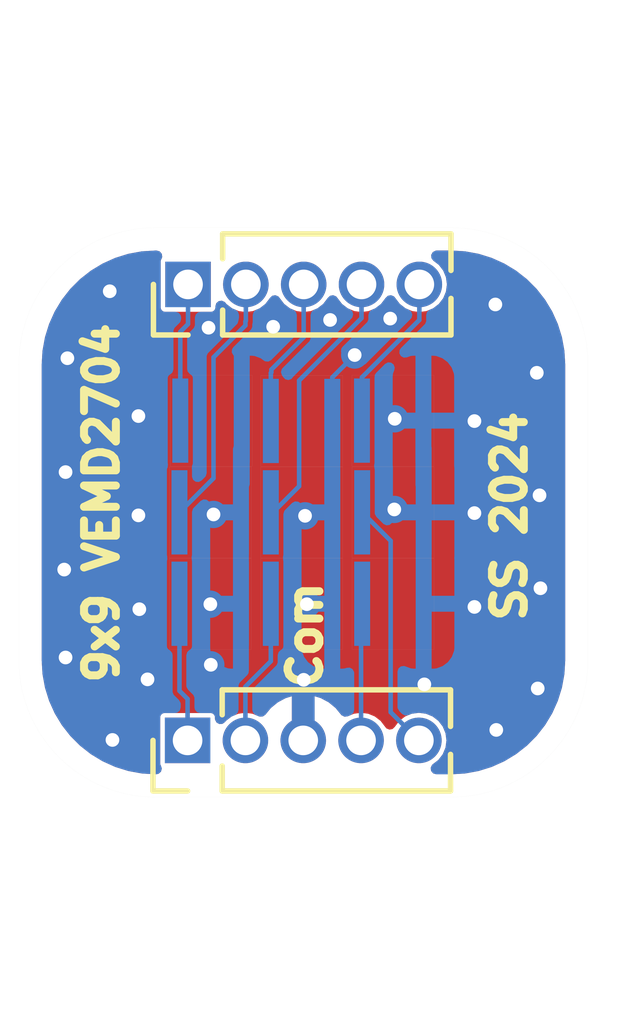
<source format=kicad_pcb>
(kicad_pcb (version 20240108) (generator "pcbnew") (generator_version "8.0")
  (layers (0 "F.Cu" signal) (31 "B.Cu" signal) (34 "B.Paste" user) (35 "F.Paste" user) (36 "B.SilkS" user "B.Silkscreen") (37 "F.SilkS" user "F.Silkscreen") (38 "B.Mask" user) (39 "F.Mask" user) (44 "Edge.Cuts" user))
  (net 0 "")
  (net 1 "CommonAnode")
  (net 2 "D1")
  (net 3 "D2")
  (net 4 "D3")
  (net 5 "D4")
  (net 6 "D5")
  (net 7 "D6")
  (net 8 "D7")
  (net 9 "D8")
  (net 10 "D9")
  (footprint "Connector_PinHeader_1.27mm:PinHeader_1x05_P1.27mm_Vertical" (layer "F.Cu") (at 195.19 82.22 90)
    (property "Reference" "J2" (hide yes))
    (property "Value" "Conn_01x05_Pin")
    (fp_line (start -1.11 -0.76) (end 0 -0.76) (stroke (width 0.12)) (layer "F.SilkS"))
    (fp_line (start -1.11 0) (end -1.11 -0.76) (stroke (width 0.12)) (layer "F.SilkS"))
    (fp_line (start 1.11 0.76) (end 1.11 5.775) (stroke (width 0.12)) (layer "F.SilkS"))
    (fp_line (start 0.563471 0.76) (end 1.11 0.76) (stroke (width 0.12)) (layer "F.SilkS"))
    (fp_line (start -1.11 0.76) (end -0.563471 0.76) (stroke (width 0.12)) (layer "F.SilkS"))
    (fp_line (start -1.11 0.76) (end -1.11 5.775) (stroke (width 0.12)) (layer "F.SilkS"))
    (fp_line (start 0.30753 5.775) (end 1.11 5.775) (stroke (width 0.12)) (layer "F.SilkS"))
    (fp_line (start -1.11 5.775) (end -0.30753 5.775) (stroke (width 0.12)) (layer "F.SilkS"))
    (pad "1" thru_hole rect (at 0 0 90) (size 1 1) (drill 0.65) (layers "*.Cu" "*.Mask") (net 8 "D7"))
    (pad "2" thru_hole oval (at 0 1.27 90) (size 1 1) (drill 0.65) (layers "*.Cu" "*.Mask") (net 9 "D8"))
    (pad "3" thru_hole oval (at 0 2.54 90) (size 1 1) (drill 0.65) (layers "*.Cu" "*.Mask") (net 5 "D4"))
    (pad "4" thru_hole oval (at 0 3.81 90) (size 1 1) (drill 0.65) (layers "*.Cu" "*.Mask") (net 6 "D5"))
    (pad "5" thru_hole oval (at 0 5.08 90) (size 1 1) (drill 0.65) (layers "*.Cu" "*.Mask") (net 2 "D1"))
  )
  (footprint "Connector_PinHeader_1.27mm:PinHeader_1x05_P1.27mm_Vertical" (layer "F.Cu") (at 195.18 92.23 90)
    (property "Reference" "J1" (hide yes))
    (property "Value" "Conn_01x05_Pin")
    (fp_line (start -1.11 -0.76) (end 0 -0.76) (stroke (width 0.12)) (layer "F.SilkS"))
    (fp_line (start -1.11 0) (end -1.11 -0.76) (stroke (width 0.12)) (layer "F.SilkS"))
    (fp_line (start 1.11 0.76) (end 1.11 5.775) (stroke (width 0.12)) (layer "F.SilkS"))
    (fp_line (start 0.563471 0.76) (end 1.11 0.76) (stroke (width 0.12)) (layer "F.SilkS"))
    (fp_line (start -1.11 0.76) (end -0.563471 0.76) (stroke (width 0.12)) (layer "F.SilkS"))
    (fp_line (start -1.11 0.76) (end -1.11 5.775) (stroke (width 0.12)) (layer "F.SilkS"))
    (fp_line (start 0.30753 5.775) (end 1.11 5.775) (stroke (width 0.12)) (layer "F.SilkS"))
    (fp_line (start -1.11 5.775) (end -0.30753 5.775) (stroke (width 0.12)) (layer "F.SilkS"))
    (pad "1" thru_hole rect (at 0 0 90) (size 1 1) (drill 0.65) (layers "*.Cu" "*.Mask") (net 10 "D9"))
    (pad "2" thru_hole oval (at 0 1.27 90) (size 1 1) (drill 0.65) (layers "*.Cu" "*.Mask") (net 7 "D6"))
    (pad "3" thru_hole oval (at 0 2.54 90) (size 1 1) (drill 0.65) (layers "*.Cu" "*.Mask") (net 1 "CommonAnode"))
    (pad "4" thru_hole oval (at 0 3.81 90) (size 1 1) (drill 0.65) (layers "*.Cu" "*.Mask") (net 4 "D3"))
    (pad "5" thru_hole oval (at 0 5.08 90) (size 1 1) (drill 0.65) (layers "*.Cu" "*.Mask") (net 3 "D2"))
  )
  (footprint "lib_fp:VEMD2704" (layer "B.Cu") (at 199.69 85.21 -90)
    (property "Reference" "D1" (hide yes))
    (property "Value" "D_Photo" (hide yes))
    (fp_rect (start 1 -0.9) (end -1 0.9) (stroke (width 0.001)) (fill none) (layer "B.SilkS"))
    (pad "1" smd rect (at 0 0.68 180) (size 0.35 1.85) (layers "B.Cu" "B.Paste" "B.Mask") (net 2 "D1"))
    (pad "2" smd rect (at 0 -0.67 180) (size 0.35 1.85) (layers "B.Cu" "B.Paste" "B.Mask") (net 1 "CommonAnode"))
  )
  (footprint "lib_fp:VEMD2704" (layer "B.Cu") (at 195.6816 87.2236 -90)
    (property "Reference" "D8" (hide yes))
    (property "Value" "D_Photo" (hide yes))
    (fp_rect (start 1 -0.9) (end -1 0.9) (stroke (width 0.001)) (fill none) (layer "B.SilkS"))
    (pad "1" smd rect (at 0 0.68 180) (size 0.35 1.85) (layers "B.Cu" "B.Paste" "B.Mask") (net 9 "D8"))
    (pad "2" smd rect (at 0 -0.67 180) (size 0.35 1.85) (layers "B.Cu" "B.Paste" "B.Mask") (net 1 "CommonAnode"))
  )
  (footprint "lib_fp:VEMD2704" (layer "B.Cu") (at 195.7 85.21 -90)
    (property "Reference" "D7" (hide yes))
    (property "Value" "D_Photo" (hide yes))
    (fp_rect (start 1 -0.9) (end -1 0.9) (stroke (width 0.001)) (fill none) (layer "B.SilkS"))
    (pad "1" smd rect (at 0 0.68 180) (size 0.35 1.85) (layers "B.Cu" "B.Paste" "B.Mask") (net 8 "D7"))
    (pad "2" smd rect (at 0 -0.67 180) (size 0.35 1.85) (layers "B.Cu" "B.Paste" "B.Mask") (net 1 "CommonAnode"))
  )
  (footprint "lib_fp:VEMD2704" (layer "B.Cu") (at 197.688 89.2302 -90)
    (property "Reference" "D6" (hide yes))
    (property "Value" "D_Photo" (hide yes))
    (fp_rect (start 1 -0.9) (end -1 0.9) (stroke (width 0.001)) (fill none) (layer "B.SilkS"))
    (pad "1" smd rect (at 0 0.68 180) (size 0.35 1.85) (layers "B.Cu" "B.Paste" "B.Mask") (net 7 "D6"))
    (pad "2" smd rect (at 0 -0.67 180) (size 0.35 1.85) (layers "B.Cu" "B.Paste" "B.Mask") (net 1 "CommonAnode"))
  )
  (footprint "lib_fp:VEMD2704" (layer "B.Cu") (at 197.6882 85.217 -90)
    (property "Reference" "D4" (hide yes))
    (property "Value" "D_Photo" (hide yes))
    (fp_rect (start 1 -0.9) (end -1 0.9) (stroke (width 0.001)) (fill none) (layer "B.SilkS"))
    (pad "1" smd rect (at 0 0.68 180) (size 0.35 1.85) (layers "B.Cu" "B.Paste" "B.Mask") (net 5 "D4"))
    (pad "2" smd rect (at 0 -0.67 180) (size 0.35 1.85) (layers "B.Cu" "B.Paste" "B.Mask") (net 1 "CommonAnode"))
  )
  (footprint "lib_fp:VEMD2704" (layer "B.Cu") (at 197.6882 87.2236 -90)
    (property "Reference" "D5" (hide yes))
    (property "Value" "D_Photo" (hide yes))
    (fp_rect (start 1 -0.9) (end -1 0.9) (stroke (width 0.001)) (fill none) (layer "B.SilkS"))
    (pad "1" smd rect (at 0 0.68 180) (size 0.35 1.85) (layers "B.Cu" "B.Paste" "B.Mask") (net 6 "D5"))
    (pad "2" smd rect (at 0 -0.67 180) (size 0.35 1.85) (layers "B.Cu" "B.Paste" "B.Mask") (net 1 "CommonAnode"))
  )
  (footprint "lib_fp:VEMD2704" (layer "B.Cu") (at 195.6816 89.2302 -90)
    (property "Reference" "D9" (hide yes))
    (property "Value" "D_Photo" (hide yes))
    (fp_rect (start 1 -0.9) (end -1 0.9) (stroke (width 0.001)) (fill none) (layer "B.SilkS"))
    (pad "1" smd rect (at 0 0.68 180) (size 0.35 1.85) (layers "B.Cu" "B.Paste" "B.Mask") (net 10 "D9"))
    (pad "2" smd rect (at 0 -0.67 180) (size 0.35 1.85) (layers "B.Cu" "B.Paste" "B.Mask") (net 1 "CommonAnode"))
  )
  (footprint "lib_fp:VEMD2704" (layer "B.Cu") (at 199.6948 89.2302 -90)
    (property "Reference" "D3" (hide yes))
    (property "Value" "D_Photo" (hide yes))
    (fp_rect (start 1 -0.9) (end -1 0.9) (stroke (width 0.001)) (fill none) (layer "B.SilkS"))
    (pad "1" smd rect (at 0 0.68 180) (size 0.35 1.85) (layers "B.Cu" "B.Paste" "B.Mask") (net 4 "D3"))
    (pad "2" smd rect (at 0 -0.67 180) (size 0.35 1.85) (layers "B.Cu" "B.Paste" "B.Mask") (net 1 "CommonAnode"))
  )
  (footprint "lib_fp:VEMD2704" (layer "B.Cu") (at 199.6948 87.2236 -90)
    (property "Reference" "D2" (hide yes))
    (property "Value" "D_Photo" (hide yes))
    (fp_rect (start 1 -0.9) (end -1 0.9) (stroke (width 0.001)) (fill none) (layer "B.SilkS"))
    (pad "1" smd rect (at 0 0.68 180) (size 0.35 1.85) (layers "B.Cu" "B.Paste" "B.Mask") (net 3 "D2"))
    (pad "2" smd rect (at 0 -0.67 180) (size 0.35 1.85) (layers "B.Cu" "B.Paste" "B.Mask") (net 1 "CommonAnode"))
  )
  (gr_line (start 203.975 90.474993) (end 203.975 83.974999) (stroke (width 0.001)) (layer "Edge.Cuts"))
  (gr_arc (start 194.474998 93.474999) (mid 192.353679 92.59632) (end 191.475 90.475002) (stroke (width 0.001)) (layer "Edge.Cuts"))
  (gr_arc (start 203.975 90.474993) (mid 203.096319 92.596318) (end 200.974994 93.474999) (stroke (width 0.001)) (layer "Edge.Cuts"))
  (gr_arc (start 191.475 83.975) (mid 192.35368 81.853679) (end 194.475001 80.974999) (stroke (width 0.001)) (layer "Edge.Cuts"))
  (gr_line (start 191.475 83.975) (end 191.475 90.475002) (stroke (width 0.001)) (layer "Edge.Cuts"))
  (gr_line (start 194.474998 93.474999) (end 200.974994 93.474999) (stroke (width 0.001)) (layer "Edge.Cuts"))
  (gr_line (start 200.974994 80.974999) (end 194.475001 80.974999) (stroke (width 0.001)) (layer "Edge.Cuts"))
  (gr_arc (start 200.974994 80.974999) (mid 203.096314 81.853679) (end 203.975 83.974999) (stroke (width 0.001)) (layer "Edge.Cuts"))
  (gr_text "SS 2024" (at 202.66 89.69 90) (layer "F.SilkS") (effects (font (size 0.7 0.7) (thickness 0.175) (bold yes)) (justify left bottom)))
  (gr_text "9x9 VEMD2704" (at 193.7 91.05 90) (layer "F.SilkS") (effects (font (size 0.7 0.7) (thickness 0.175) (bold yes)) (justify left bottom)))
  (gr_text "Com" (at 198.17 91.17 90) (layer "F.SilkS") (effects (font (size 0.7 0.7) (thickness 0.175) (bold yes)) (justify left bottom)))
  (via (at 199.73 85.17) (size 0.6) (drill 0.3) (layers "F.Cu" "B.Cu") (net 1))
  (via (at 201.48 85.22) (size 0.6) (drill 0.3) (layers "F.Cu" "B.Cu") (net 1))
  (via (at 192.54 83.84) (size 0.6) (drill 0.3) (layers "F.Cu" "B.Cu") (net 1))
  (via (at 197.73 90.9) (size 0.6) (drill 0.3) (layers "F.Cu" "B.Cu") (net 1))
  (via (at 201.48 89.3) (size 0.6) (drill 0.3) (layers "F.Cu" "B.Cu") (net 1))
  (via (at 192.5 86.34) (size 0.6) (drill 0.3) (layers "F.Cu" "B.Cu") (net 1))
  (via (at 193.53 92.22) (size 0.6) (drill 0.3) (layers "F.Cu" "B.Cu") (net 1))
  (via (at 199.72 87.16) (size 0.6) (drill 0.3) (layers "F.Cu" "B.Cu") (net 1))
  (via (at 201.94 82.66) (size 0.6) (drill 0.3) (layers "F.Cu" "B.Cu") (net 1))
  (via (at 195.68 89.24) (size 0.6) (drill 0.3) (layers "F.Cu" "B.Cu") (net 1))
  (via (at 192.47 88.48) (size 0.6) (drill 0.3) (layers "F.Cu" "B.Cu") (net 1))
  (via (at 201.96 92) (size 0.6) (drill 0.3) (layers "F.Cu" "B.Cu") (net 1))
  (via (at 198.85 83.77) (size 0.6) (drill 0.3) (layers "F.Cu" "B.Cu") (net 1))
  (via (at 195.75 87.27) (size 0.6) (drill 0.3) (layers "F.Cu" "B.Cu") (net 1))
  (via (at 194.3 90.89) (size 0.6) (drill 0.3) (layers "F.Cu" "B.Cu") (net 1))
  (via (at 194.12 89.35) (size 0.6) (drill 0.3) (layers "F.Cu" "B.Cu") (net 1))
  (via (at 201.48 87.24) (size 0.6) (drill 0.3) (layers "F.Cu" "B.Cu") (net 1))
  (via (at 195.64 83.17) (size 0.6) (drill 0.3) (layers "F.Cu" "B.Cu") (net 1))
  (via (at 202.91 86.85) (size 0.6) (drill 0.3) (layers "F.Cu" "B.Cu") (net 1))
  (via (at 197.8 89.24) (size 0.6) (drill 0.3) (layers "F.Cu" "B.Cu") (net 1))
  (via (at 202.93 88.89) (size 0.6) (drill 0.3) (layers "F.Cu" "B.Cu") (net 1))
  (via (at 192.5 90.41) (size 0.6) (drill 0.3) (layers "F.Cu" "B.Cu") (net 1))
  (via (at 198.31 83) (size 0.6) (drill 0.3) (layers "F.Cu" "B.Cu") (net 1))
  (via (at 202.87 91.09) (size 0.6) (drill 0.3) (layers "F.Cu" "B.Cu") (net 1))
  (via (at 194.1 87.29) (size 0.6) (drill 0.3) (layers "F.Cu" "B.Cu") (net 1))
  (via (at 195.69 90.57) (size 0.6) (drill 0.3) (layers "F.Cu" "B.Cu") (net 1))
  (via (at 197.06 83.15) (size 0.6) (drill 0.3) (layers "F.Cu" "B.Cu") (net 1))
  (via (at 199.63 82.97) (size 0.6) (drill 0.3) (layers "F.Cu" "B.Cu") (net 1))
  (via (at 200.38 91) (size 0.6) (drill 0.3) (layers "F.Cu" "B.Cu") (net 1))
  (via (at 202.85 84.16) (size 0.6) (drill 0.3) (layers "F.Cu" "B.Cu") (net 1))
  (via (at 197.76 87.3) (size 0.6) (drill 0.3) (layers "F.Cu" "B.Cu") (net 1))
  (via (at 194.1 85.11) (size 0.6) (drill 0.3) (layers "F.Cu" "B.Cu") (net 1))
  (via (at 193.47 82.37) (size 0.6) (drill 0.3) (layers "F.Cu" "B.Cu") (net 1))
  (segment (start 198.85 83.77) (end 198.3582 84.2618) (width 0.1) (layer "B.Cu") (net 1))
  (segment (start 200.3648 87.2236) (end 200.3648 89.2302) (width 0.1) (layer "B.Cu") (net 1))
  (segment (start 198.358 87.2238) (end 198.3582 87.2236) (width 0.1) (layer "B.Cu") (net 1))
  (segment (start 196.3516 89.2302) (end 196.3516 87.2236) (width 0.1) (layer "B.Cu") (net 1))
  (segment (start 198.3582 84.2618) (end 198.3582 85.217) (width 0.1) (layer "B.Cu") (net 1))
  (segment (start 196.37 87.2052) (end 196.3516 87.2236) (width 0.1) (layer "B.Cu") (net 1))
  (segment (start 196.37 85.21) (end 196.37 87.2052) (width 0.1) (layer "B.Cu") (net 1))
  (segment (start 198.3582 85.217) (end 198.3582 87.2236) (width 0.1) (layer "B.Cu") (net 1))
  (segment (start 200.36 87.2188) (end 200.3648 87.2236) (width 0.1) (layer "B.Cu") (net 1))
  (segment (start 200.36 85.21) (end 200.36 87.2188) (width 0.1) (layer "B.Cu") (net 1))
  (segment (start 198.358 89.2302) (end 198.358 87.2238) (width 0.1) (layer "B.Cu") (net 1))
  (segment (start 199.01 84.26) (end 199.01 85.21) (width 0.1) (layer "B.Cu") (net 2))
  (segment (start 200.27 82.22) (end 200.27 83) (width 0.1) (layer "B.Cu") (net 2))
  (segment (start 200.27 83) (end 199.01 84.26) (width 0.1) (layer "B.Cu") (net 2))
  (segment (start 200.26 92.23) (end 199.64 91.61) (width 0.1) (layer "B.Cu") (net 3))
  (segment (start 199.64 91.61) (end 199.64 87.8488) (width 0.1) (layer "B.Cu") (net 3))
  (segment (start 199.64 87.8488) (end 199.0148 87.2236) (width 0.1) (layer "B.Cu") (net 3))
  (segment (start 198.99 92.23) (end 198.99 89.255) (width 0.1) (layer "B.Cu") (net 4))
  (segment (start 198.99 89.255) (end 199.0148 89.2302) (width 0.1) (layer "B.Cu") (net 4))
  (segment (start 197.0082 84.1618) (end 197.0082 85.217) (width 0.1) (layer "B.Cu") (net 5))
  (segment (start 197.73 83.38) (end 197.02 84.09) (width 0.1) (layer "B.Cu") (net 5))
  (segment (start 197.73 82.22) (end 197.73 82.24) (width 0.1) (layer "B.Cu") (net 5))
  (segment (start 197.73 82.24) (end 197.75 82.26) (width 0.1) (layer "B.Cu") (net 5))
  (segment (start 197.02 84.09) (end 197.02 84.15) (width 0.1) (layer "B.Cu") (net 5))
  (segment (start 197.73 82.22) (end 197.73 83.38) (width 0.1) (layer "B.Cu") (net 5))
  (segment (start 197.02 84.15) (end 197.0082 84.1618) (width 0.1) (layer "B.Cu") (net 5))
  (segment (start 199 82.96) (end 199 82.22) (width 0.1) (layer "B.Cu") (net 6))
  (segment (start 197.0082 87.2236) (end 197.0564 87.2236) (width 0.1) (layer "B.Cu") (net 6))
  (segment (start 197.0564 87.2236) (end 197.63 86.65) (width 0.1) (layer "B.Cu") (net 6))
  (segment (start 197.63 86.65) (end 197.63 84.33) (width 0.1) (layer "B.Cu") (net 6))
  (segment (start 197.63 84.33) (end 199 82.96) (width 0.1) (layer "B.Cu") (net 6))
  (segment (start 197.008 90.492) (end 196.45 91.05) (width 0.1) (layer "B.Cu") (net 7))
  (segment (start 196.45 91.05) (end 196.45 92.23) (width 0.1) (layer "B.Cu") (net 7))
  (segment (start 197.008 89.2302) (end 197.008 90.492) (width 0.1) (layer "B.Cu") (net 7))
  (segment (start 195.02 85.21) (end 195.02 83.26) (width 0.1) (layer "B.Cu") (net 8))
  (segment (start 195.19 83.09) (end 195.19 82.22) (width 0.1) (layer "B.Cu") (net 8))
  (segment (start 195.02 83.26) (end 195.19 83.09) (width 0.1) (layer "B.Cu") (net 8))
  (segment (start 195.75 83.82) (end 196.45 83.12) (width 0.1) (layer "B.Cu") (net 9))
  (segment (start 196.45 83.12) (end 196.45 83.03) (width 0.1) (layer "B.Cu") (net 9))
  (segment (start 195.75 86.4752) (end 195.75 83.82) (width 0.1) (layer "B.Cu") (net 9))
  (segment (start 195.0016 87.2236) (end 195.75 86.4752) (width 0.1) (layer "B.Cu") (net 9))
  (segment (start 196.45 83.03) (end 196.46 83.02) (width 0.1) (layer "B.Cu") (net 9))
  (segment (start 196.46 83.02) (end 196.46 82.22) (width 0.1) (layer "B.Cu") (net 9))
  (segment (start 195.0016 91.1416) (end 195.18 91.32) (width 0.1) (layer "B.Cu") (net 10))
  (segment (start 195.18 91.32) (end 195.18 92.23) (width 0.1) (layer "B.Cu") (net 10))
  (segment (start 195.0016 89.2302) (end 195.0016 91.1416) (width 0.1) (layer "B.Cu") (net 10))
  (zone (net 1) (net_name "CommonAnode") (layers "F&B.Cu") (connect_pads (clearance 0.1)) (min_thickness 0.25) (fill yes (thermal_gap 0.5) (thermal_bridge_width 0.5))
    (polygon (pts (xy 205.2 79.87) (xy 204.9 94.98) (xy 191.06 94.98) (xy 191.13 79.67) (xy 195.61 79.5)))
  )
)
</source>
